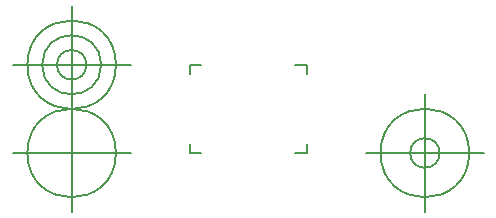
<source format=gbr>
G04 Generated by Ultiboard 11.0 *
%FSLAX25Y25*%
%MOIN*%

%ADD10C,0.00500*%


G04 ColorRGB FF14FF for the following layer *
%LNSilkscreen Bottom*%
%LPD*%
%FSLAX25Y25*%
%MOIN*%
G54D10*
X4498Y13998D02*
X4498Y16938D01*
X4498Y13998D02*
X8398Y13998D01*
X43503Y13998D02*
X39602Y13998D01*
X43503Y13998D02*
X43503Y16938D01*
X43503Y43400D02*
X43503Y40460D01*
X43503Y43400D02*
X39602Y43400D01*
X4498Y43400D02*
X8398Y43400D01*
X4498Y43400D02*
X4498Y40460D01*
X-15188Y13998D02*
X-54558Y13998D01*
X-34873Y-5688D02*
X-34873Y33683D01*
X-49636Y13998D02*
G75*
D01*
G02X-49636Y13998I14764J0*
G01*
X63188Y13998D02*
X102558Y13998D01*
X82873Y-5688D02*
X82873Y33683D01*
X68109Y13998D02*
G75*
D01*
G02X68109Y13998I14764J0*
G01*
X77951Y13998D02*
G75*
D01*
G02X77951Y13998I4921J0*
G01*
X-15188Y43400D02*
X-54558Y43400D01*
X-34873Y23715D02*
X-34873Y63085D01*
X-49636Y43400D02*
G75*
D01*
G02X-49636Y43400I14764J0*
G01*
X-44715Y43400D02*
G75*
D01*
G02X-44715Y43400I9843J0*
G01*
X-39794Y43400D02*
G75*
D01*
G02X-39794Y43400I4921J0*
G01*

M00*

</source>
